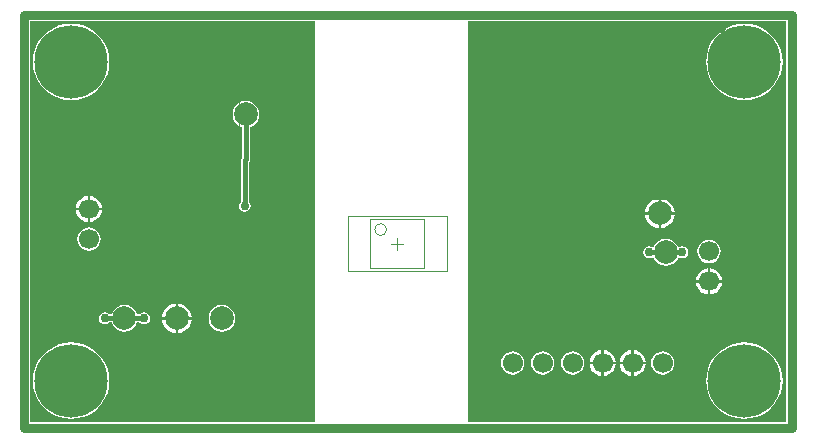
<source format=gbl>
G04*
G04 #@! TF.GenerationSoftware,Altium Limited,Altium Designer,18.1.11 (251)*
G04*
G04 Layer_Physical_Order=2*
G04 Layer_Color=16711680*
%FSLAX25Y25*%
%MOIN*%
G70*
G01*
G75*
%ADD13C,0.00197*%
%ADD15C,0.00650*%
%ADD16C,0.03000*%
%ADD17C,0.00394*%
%ADD49C,0.01600*%
%ADD50C,0.24410*%
%ADD51C,0.06693*%
%ADD52C,0.02953*%
%ADD53C,0.07874*%
G36*
X97097Y2039D02*
X2039D01*
Y135756D01*
X97097D01*
Y2039D01*
D02*
G37*
G36*
X253866D02*
X148179D01*
Y135756D01*
X253866D01*
Y2039D01*
D02*
G37*
%LPC*%
G36*
X15748Y134791D02*
X13754Y134634D01*
X11810Y134168D01*
X9962Y133402D01*
X8257Y132357D01*
X6737Y131059D01*
X5438Y129538D01*
X4393Y127833D01*
X3628Y125985D01*
X3161Y124041D01*
X3004Y122047D01*
X3161Y120054D01*
X3628Y118109D01*
X4393Y116262D01*
X5438Y114557D01*
X6737Y113036D01*
X8257Y111737D01*
X9962Y110692D01*
X11810Y109927D01*
X13754Y109460D01*
X15748Y109303D01*
X17742Y109460D01*
X19686Y109927D01*
X21534Y110692D01*
X23239Y111737D01*
X24759Y113036D01*
X26058Y114557D01*
X27103Y116262D01*
X27868Y118109D01*
X28335Y120054D01*
X28492Y122047D01*
X28335Y124041D01*
X27868Y125985D01*
X27103Y127833D01*
X26058Y129538D01*
X24759Y131059D01*
X23239Y132357D01*
X21534Y133402D01*
X19686Y134168D01*
X17742Y134634D01*
X15748Y134791D01*
D02*
G37*
G36*
X22053Y77323D02*
Y73392D01*
X25985D01*
X25888Y74127D01*
X25450Y75184D01*
X24754Y76092D01*
X23845Y76789D01*
X22788Y77227D01*
X22053Y77323D01*
D02*
G37*
G36*
X21253D02*
X20519Y77227D01*
X19462Y76789D01*
X18554Y76092D01*
X17857Y75184D01*
X17419Y74127D01*
X17322Y73392D01*
X21253D01*
Y77323D01*
D02*
G37*
G36*
X74000Y108975D02*
X72842Y108823D01*
X71762Y108376D01*
X70836Y107665D01*
X70124Y106738D01*
X69677Y105658D01*
X69525Y104500D01*
X69677Y103342D01*
X70124Y102262D01*
X70836Y101336D01*
X71762Y100624D01*
X72675Y100246D01*
Y90094D01*
X72398Y89679D01*
X72297Y89172D01*
Y75507D01*
X72197Y75441D01*
X71760Y74787D01*
X71607Y74016D01*
X71760Y73245D01*
X72197Y72591D01*
X72851Y72154D01*
X73622Y72001D01*
X74393Y72154D01*
X75047Y72591D01*
X75484Y73245D01*
X75637Y74016D01*
X75484Y74787D01*
X75047Y75441D01*
X74948Y75507D01*
Y88628D01*
X75225Y89043D01*
X75326Y89550D01*
Y100246D01*
X76238Y100624D01*
X77165Y101336D01*
X77876Y102262D01*
X78323Y103342D01*
X78475Y104500D01*
X78323Y105658D01*
X77876Y106738D01*
X77165Y107665D01*
X76238Y108376D01*
X75158Y108823D01*
X74000Y108975D01*
D02*
G37*
G36*
X21253Y72592D02*
X17322D01*
X17419Y71858D01*
X17857Y70800D01*
X18554Y69892D01*
X19462Y69195D01*
X20519Y68758D01*
X21253Y68661D01*
Y72592D01*
D02*
G37*
G36*
X25985D02*
X22053D01*
Y68661D01*
X22788Y68758D01*
X23845Y69195D01*
X24754Y69892D01*
X25450Y70800D01*
X25888Y71858D01*
X25985Y72592D01*
D02*
G37*
G36*
X21654Y66872D02*
X20649Y66740D01*
X19714Y66352D01*
X18910Y65736D01*
X18294Y64932D01*
X17906Y63996D01*
X17774Y62992D01*
X17906Y61988D01*
X18294Y61052D01*
X18910Y60249D01*
X19714Y59632D01*
X20649Y59245D01*
X21654Y59113D01*
X22658Y59245D01*
X23593Y59632D01*
X24397Y60249D01*
X25013Y61052D01*
X25401Y61988D01*
X25533Y62992D01*
X25401Y63996D01*
X25013Y64932D01*
X24397Y65736D01*
X23593Y66352D01*
X22658Y66740D01*
X21654Y66872D01*
D02*
G37*
G36*
X33500Y40975D02*
X32342Y40823D01*
X31262Y40376D01*
X30336Y39665D01*
X29624Y38738D01*
X29246Y37826D01*
X28491D01*
X28425Y37925D01*
X27771Y38362D01*
X27000Y38515D01*
X26229Y38362D01*
X25575Y37925D01*
X25138Y37271D01*
X24985Y36500D01*
X25138Y35729D01*
X25575Y35075D01*
X26229Y34638D01*
X27000Y34485D01*
X27771Y34638D01*
X28425Y35075D01*
X28491Y35175D01*
X29246D01*
X29624Y34262D01*
X30336Y33336D01*
X31262Y32624D01*
X32342Y32177D01*
X33500Y32025D01*
X34658Y32177D01*
X35738Y32624D01*
X36665Y33336D01*
X37376Y34262D01*
X37754Y35175D01*
X38509D01*
X38575Y35075D01*
X39229Y34638D01*
X40000Y34485D01*
X40771Y34638D01*
X41425Y35075D01*
X41862Y35729D01*
X42015Y36500D01*
X41862Y37271D01*
X41425Y37925D01*
X40771Y38362D01*
X40000Y38515D01*
X39229Y38362D01*
X38575Y37925D01*
X38509Y37826D01*
X37754D01*
X37376Y38738D01*
X36665Y39665D01*
X35738Y40376D01*
X34658Y40823D01*
X33500Y40975D01*
D02*
G37*
G36*
X51400Y41427D02*
Y36900D01*
X55927D01*
X55810Y37789D01*
X55313Y38990D01*
X54521Y40021D01*
X53490Y40813D01*
X52289Y41310D01*
X51400Y41427D01*
D02*
G37*
G36*
X50600D02*
X49711Y41310D01*
X48510Y40813D01*
X47479Y40021D01*
X46687Y38990D01*
X46190Y37789D01*
X46073Y36900D01*
X50600D01*
Y41427D01*
D02*
G37*
G36*
X66000Y40975D02*
X64842Y40823D01*
X63762Y40376D01*
X62836Y39665D01*
X62124Y38738D01*
X61677Y37658D01*
X61525Y36500D01*
X61677Y35342D01*
X62124Y34262D01*
X62836Y33336D01*
X63762Y32624D01*
X64842Y32177D01*
X66000Y32025D01*
X67158Y32177D01*
X68238Y32624D01*
X69165Y33336D01*
X69876Y34262D01*
X70323Y35342D01*
X70475Y36500D01*
X70323Y37658D01*
X69876Y38738D01*
X69165Y39665D01*
X68238Y40376D01*
X67158Y40823D01*
X66000Y40975D01*
D02*
G37*
G36*
X55927Y36100D02*
X51400D01*
Y31573D01*
X52289Y31690D01*
X53490Y32188D01*
X54521Y32979D01*
X55313Y34010D01*
X55810Y35211D01*
X55927Y36100D01*
D02*
G37*
G36*
X50600D02*
X46073D01*
X46190Y35211D01*
X46687Y34010D01*
X47479Y32979D01*
X48510Y32188D01*
X49711Y31690D01*
X50600Y31573D01*
Y36100D01*
D02*
G37*
G36*
X15748Y28492D02*
X13754Y28335D01*
X11810Y27868D01*
X9962Y27103D01*
X8257Y26058D01*
X6737Y24759D01*
X5438Y23239D01*
X4393Y21534D01*
X3628Y19686D01*
X3161Y17742D01*
X3004Y15748D01*
X3161Y13754D01*
X3628Y11810D01*
X4393Y9962D01*
X5438Y8257D01*
X6737Y6737D01*
X8257Y5438D01*
X9962Y4393D01*
X11810Y3628D01*
X13754Y3161D01*
X15748Y3004D01*
X17742Y3161D01*
X19686Y3628D01*
X21534Y4393D01*
X23239Y5438D01*
X24759Y6737D01*
X26058Y8257D01*
X27103Y9962D01*
X27868Y11810D01*
X28335Y13754D01*
X28492Y15748D01*
X28335Y17742D01*
X27868Y19686D01*
X27103Y21534D01*
X26058Y23239D01*
X24759Y24759D01*
X23239Y26058D01*
X21534Y27103D01*
X19686Y27868D01*
X17742Y28335D01*
X15748Y28492D01*
D02*
G37*
G36*
X240158Y134791D02*
X238164Y134634D01*
X236219Y134168D01*
X234372Y133402D01*
X232667Y132357D01*
X231146Y131059D01*
X229847Y129538D01*
X228802Y127833D01*
X228037Y125985D01*
X227570Y124041D01*
X227414Y122047D01*
X227570Y120054D01*
X228037Y118109D01*
X228802Y116262D01*
X229847Y114557D01*
X231146Y113036D01*
X232667Y111737D01*
X234372Y110692D01*
X236219Y109927D01*
X238164Y109460D01*
X240158Y109303D01*
X242151Y109460D01*
X244096Y109927D01*
X245943Y110692D01*
X247648Y111737D01*
X249169Y113036D01*
X250468Y114557D01*
X251513Y116262D01*
X252278Y118109D01*
X252745Y120054D01*
X252902Y122047D01*
X252745Y124041D01*
X252278Y125985D01*
X251513Y127833D01*
X250468Y129538D01*
X249169Y131059D01*
X247648Y132357D01*
X245943Y133402D01*
X244096Y134168D01*
X242151Y134634D01*
X240158Y134791D01*
D02*
G37*
G36*
X212400Y76427D02*
Y71900D01*
X216927D01*
X216810Y72789D01*
X216313Y73990D01*
X215521Y75021D01*
X214490Y75813D01*
X213289Y76310D01*
X212400Y76427D01*
D02*
G37*
G36*
X211600D02*
X210711Y76310D01*
X209510Y75813D01*
X208479Y75021D01*
X207687Y73990D01*
X207190Y72789D01*
X207073Y71900D01*
X211600D01*
Y76427D01*
D02*
G37*
G36*
X216927Y71100D02*
X212400D01*
Y66573D01*
X213289Y66690D01*
X214490Y67188D01*
X215521Y67979D01*
X216313Y69010D01*
X216810Y70211D01*
X216927Y71100D01*
D02*
G37*
G36*
X211600D02*
X207073D01*
X207190Y70211D01*
X207687Y69010D01*
X208479Y67979D01*
X209510Y67188D01*
X210711Y66690D01*
X211600Y66573D01*
Y71100D01*
D02*
G37*
G36*
X214000Y62975D02*
X212842Y62823D01*
X211762Y62376D01*
X210836Y61664D01*
X210124Y60738D01*
X209968Y60361D01*
X209490Y60216D01*
X209271Y60362D01*
X208500Y60515D01*
X207729Y60362D01*
X207075Y59925D01*
X206638Y59271D01*
X206485Y58500D01*
X206638Y57729D01*
X207075Y57075D01*
X207729Y56638D01*
X208500Y56485D01*
X209271Y56638D01*
X209490Y56784D01*
X209968Y56639D01*
X210124Y56262D01*
X210836Y55335D01*
X211762Y54624D01*
X212842Y54177D01*
X214000Y54025D01*
X215158Y54177D01*
X216238Y54624D01*
X217164Y55335D01*
X217876Y56262D01*
X218032Y56639D01*
X218510Y56784D01*
X218729Y56638D01*
X219500Y56485D01*
X220271Y56638D01*
X220925Y57075D01*
X221362Y57729D01*
X221515Y58500D01*
X221362Y59271D01*
X220925Y59925D01*
X220271Y60362D01*
X219500Y60515D01*
X218729Y60362D01*
X218510Y60216D01*
X218032Y60361D01*
X217876Y60738D01*
X217164Y61664D01*
X216238Y62376D01*
X215158Y62823D01*
X214000Y62975D01*
D02*
G37*
G36*
X228346Y62699D02*
X227342Y62566D01*
X226407Y62179D01*
X225603Y61562D01*
X224987Y60759D01*
X224599Y59823D01*
X224467Y58819D01*
X224599Y57815D01*
X224987Y56879D01*
X225603Y56076D01*
X226407Y55459D01*
X227342Y55072D01*
X228346Y54939D01*
X229351Y55072D01*
X230286Y55459D01*
X231090Y56076D01*
X231706Y56879D01*
X232094Y57815D01*
X232226Y58819D01*
X232094Y59823D01*
X231706Y60759D01*
X231090Y61562D01*
X230286Y62179D01*
X229351Y62566D01*
X228346Y62699D01*
D02*
G37*
G36*
X228746Y53150D02*
Y49219D01*
X232678D01*
X232581Y49954D01*
X232143Y51011D01*
X231446Y51919D01*
X230538Y52615D01*
X229481Y53053D01*
X228746Y53150D01*
D02*
G37*
G36*
X227946D02*
X227212Y53053D01*
X226154Y52615D01*
X225247Y51919D01*
X224550Y51011D01*
X224112Y49954D01*
X224015Y49219D01*
X227946D01*
Y53150D01*
D02*
G37*
G36*
Y48419D02*
X224015D01*
X224112Y47684D01*
X224550Y46627D01*
X225247Y45719D01*
X226154Y45022D01*
X227212Y44584D01*
X227946Y44488D01*
Y48419D01*
D02*
G37*
G36*
X232678D02*
X228746D01*
Y44488D01*
X229481Y44584D01*
X230538Y45022D01*
X231446Y45719D01*
X232143Y46627D01*
X232581Y47684D01*
X232678Y48419D01*
D02*
G37*
G36*
X203313Y25985D02*
Y22053D01*
X207245D01*
X207148Y22788D01*
X206710Y23845D01*
X206013Y24754D01*
X205105Y25450D01*
X204048Y25888D01*
X203313Y25985D01*
D02*
G37*
G36*
X202513D02*
X201779Y25888D01*
X200721Y25450D01*
X199813Y24754D01*
X199117Y23845D01*
X198679Y22788D01*
X198582Y22053D01*
X202513D01*
Y25985D01*
D02*
G37*
G36*
X193313D02*
Y22053D01*
X197245D01*
X197148Y22788D01*
X196710Y23845D01*
X196013Y24754D01*
X195105Y25450D01*
X194048Y25888D01*
X193313Y25985D01*
D02*
G37*
G36*
X192513D02*
X191779Y25888D01*
X190721Y25450D01*
X189813Y24754D01*
X189117Y23845D01*
X188679Y22788D01*
X188582Y22053D01*
X192513D01*
Y25985D01*
D02*
G37*
G36*
X212913Y25533D02*
X211909Y25401D01*
X210974Y25013D01*
X210170Y24397D01*
X209554Y23593D01*
X209166Y22658D01*
X209034Y21654D01*
X209166Y20649D01*
X209554Y19714D01*
X210170Y18910D01*
X210974Y18294D01*
X211909Y17906D01*
X212913Y17774D01*
X213917Y17906D01*
X214853Y18294D01*
X215657Y18910D01*
X216273Y19714D01*
X216661Y20649D01*
X216793Y21654D01*
X216661Y22658D01*
X216273Y23593D01*
X215657Y24397D01*
X214853Y25013D01*
X213917Y25401D01*
X212913Y25533D01*
D02*
G37*
G36*
X182913D02*
X181909Y25401D01*
X180974Y25013D01*
X180170Y24397D01*
X179553Y23593D01*
X179166Y22658D01*
X179034Y21654D01*
X179166Y20649D01*
X179553Y19714D01*
X180170Y18910D01*
X180974Y18294D01*
X181909Y17906D01*
X182913Y17774D01*
X183917Y17906D01*
X184853Y18294D01*
X185657Y18910D01*
X186273Y19714D01*
X186661Y20649D01*
X186793Y21654D01*
X186661Y22658D01*
X186273Y23593D01*
X185657Y24397D01*
X184853Y25013D01*
X183917Y25401D01*
X182913Y25533D01*
D02*
G37*
G36*
X172913D02*
X171909Y25401D01*
X170974Y25013D01*
X170170Y24397D01*
X169553Y23593D01*
X169166Y22658D01*
X169034Y21654D01*
X169166Y20649D01*
X169553Y19714D01*
X170170Y18910D01*
X170974Y18294D01*
X171909Y17906D01*
X172913Y17774D01*
X173917Y17906D01*
X174853Y18294D01*
X175657Y18910D01*
X176273Y19714D01*
X176661Y20649D01*
X176793Y21654D01*
X176661Y22658D01*
X176273Y23593D01*
X175657Y24397D01*
X174853Y25013D01*
X173917Y25401D01*
X172913Y25533D01*
D02*
G37*
G36*
X162913D02*
X161909Y25401D01*
X160974Y25013D01*
X160170Y24397D01*
X159554Y23593D01*
X159166Y22658D01*
X159034Y21654D01*
X159166Y20649D01*
X159554Y19714D01*
X160170Y18910D01*
X160974Y18294D01*
X161909Y17906D01*
X162913Y17774D01*
X163918Y17906D01*
X164853Y18294D01*
X165657Y18910D01*
X166273Y19714D01*
X166661Y20649D01*
X166793Y21654D01*
X166661Y22658D01*
X166273Y23593D01*
X165657Y24397D01*
X164853Y25013D01*
X163918Y25401D01*
X162913Y25533D01*
D02*
G37*
G36*
X207245Y21253D02*
X203313D01*
Y17322D01*
X204048Y17419D01*
X205105Y17857D01*
X206013Y18554D01*
X206710Y19462D01*
X207148Y20519D01*
X207245Y21253D01*
D02*
G37*
G36*
X202513D02*
X198582D01*
X198679Y20519D01*
X199117Y19462D01*
X199813Y18554D01*
X200721Y17857D01*
X201779Y17419D01*
X202513Y17322D01*
Y21253D01*
D02*
G37*
G36*
X197245D02*
X193313D01*
Y17322D01*
X194048Y17419D01*
X195105Y17857D01*
X196013Y18554D01*
X196710Y19462D01*
X197148Y20519D01*
X197245Y21253D01*
D02*
G37*
G36*
X192513D02*
X188582D01*
X188679Y20519D01*
X189117Y19462D01*
X189813Y18554D01*
X190721Y17857D01*
X191779Y17419D01*
X192513Y17322D01*
Y21253D01*
D02*
G37*
G36*
X240158Y28492D02*
X238164Y28335D01*
X236219Y27868D01*
X234372Y27103D01*
X232667Y26058D01*
X231146Y24759D01*
X229847Y23239D01*
X228802Y21534D01*
X228037Y19686D01*
X227570Y17742D01*
X227414Y15748D01*
X227570Y13754D01*
X228037Y11810D01*
X228802Y9962D01*
X229847Y8257D01*
X231146Y6737D01*
X232667Y5438D01*
X234372Y4393D01*
X236219Y3628D01*
X238164Y3161D01*
X240158Y3004D01*
X242151Y3161D01*
X244096Y3628D01*
X245943Y4393D01*
X247648Y5438D01*
X249169Y6737D01*
X250468Y8257D01*
X251513Y9962D01*
X252278Y11810D01*
X252745Y13754D01*
X252902Y15748D01*
X252745Y17742D01*
X252278Y19686D01*
X251513Y21534D01*
X250468Y23239D01*
X249169Y24759D01*
X247648Y26058D01*
X245943Y27103D01*
X244096Y27868D01*
X242151Y28335D01*
X240158Y28492D01*
D02*
G37*
%LPD*%
D13*
X75590Y77756D02*
X92126D01*
X75590Y63189D02*
X92126D01*
X75590D02*
Y77756D01*
X92126Y63189D02*
Y77756D01*
X91780Y78150D02*
Y85630D01*
X78787Y78150D02*
Y85630D01*
Y78150D02*
X91780D01*
X78787Y85630D02*
X91780D01*
X74756Y111343D02*
Y122760D01*
X69244Y111343D02*
Y122760D01*
X74756D01*
X69244Y111343D02*
X74756D01*
X57142Y118441D02*
X68362D01*
X68559D02*
Y123559D01*
X57142D02*
X68362D01*
X57142Y118441D02*
Y123559D01*
X27468Y42020D02*
Y56980D01*
X71563Y42020D02*
Y56980D01*
X27468D02*
X71563D01*
X27468Y42020D02*
X71563D01*
X25984Y109941D02*
X71653D01*
X25984Y81398D02*
X71653D01*
X25984D02*
Y109941D01*
X71653Y81398D02*
Y109941D01*
X42630Y80614D02*
X71370D01*
X42630Y57386D02*
X71370D01*
X42630D02*
Y80614D01*
X71370Y57386D02*
Y80614D01*
X55118Y110236D02*
X68504D01*
X55118Y118110D02*
X68504D01*
Y110236D02*
Y118110D01*
X55118Y110236D02*
Y118110D01*
X107874Y52165D02*
X140945D01*
X107874Y70669D02*
X140945D01*
Y52165D02*
Y70669D01*
X107874Y52165D02*
Y70669D01*
X160433Y51378D02*
X165551D01*
X160433D02*
Y62598D01*
Y62795D02*
X165551D01*
Y51378D02*
Y62598D01*
X217028Y76378D02*
Y122047D01*
X188484Y76378D02*
Y122047D01*
X217028D01*
X188484Y76378D02*
X217028D01*
X170374Y30512D02*
Y76181D01*
X198917Y30512D02*
Y76181D01*
X170374Y30512D02*
X198917D01*
X170374Y76181D02*
X198917D01*
X200000Y55807D02*
Y67224D01*
X205512Y55807D02*
Y67224D01*
X200000Y55807D02*
X205512D01*
X200000Y67224D02*
X205512D01*
X78787Y86024D02*
Y93504D01*
X91780Y86024D02*
Y93504D01*
X78787D02*
X91780D01*
X78787Y86024D02*
X91780D01*
X153937Y57284D02*
Y68701D01*
X148425Y57284D02*
Y68701D01*
X153937D01*
X148425Y57284D02*
X153937D01*
X160039Y51181D02*
Y56693D01*
X148622Y51181D02*
Y56693D01*
Y51181D02*
X160039D01*
X148622Y56693D02*
X160039D01*
X154331Y68799D02*
X159843D01*
X154331Y57382D02*
X159843D01*
Y68799D01*
X154331Y57382D02*
Y68799D01*
D15*
X225385Y30878D02*
Y27379D01*
Y30878D02*
X226718Y27379D01*
X228051Y30878D02*
X226718Y27379D01*
X228051Y30878D02*
Y27379D01*
X229051Y30878D02*
Y27379D01*
X231383Y30878D02*
Y27379D01*
X229051Y29212D02*
X231383D01*
X234016Y30878D02*
X232350Y28545D01*
X234849D01*
X234016Y30878D02*
Y27379D01*
X224380Y135393D02*
Y131894D01*
Y135393D02*
X225713Y131894D01*
X227046Y135393D02*
X225713Y131894D01*
X227046Y135393D02*
Y131894D01*
X228046Y135393D02*
Y131894D01*
X230379Y135393D02*
Y131894D01*
X228046Y133727D02*
X230379D01*
X231678Y135393D02*
X233511D01*
X232511Y134060D01*
X233011D01*
X233345Y133893D01*
X233511Y133727D01*
X233678Y133227D01*
Y132893D01*
X233511Y132393D01*
X233178Y132060D01*
X232678Y131894D01*
X232178D01*
X231678Y132060D01*
X231512Y132227D01*
X231345Y132560D01*
X4891Y32873D02*
Y29374D01*
Y32873D02*
X6224Y29374D01*
X7557Y32873D02*
X6224Y29374D01*
X7557Y32873D02*
Y29374D01*
X8557Y32873D02*
Y29374D01*
X10890Y32873D02*
Y29374D01*
X8557Y31207D02*
X10890D01*
X12023Y32040D02*
Y32207D01*
X12190Y32540D01*
X12356Y32707D01*
X12689Y32873D01*
X13356D01*
X13689Y32707D01*
X13856Y32540D01*
X14023Y32207D01*
Y31874D01*
X13856Y31540D01*
X13523Y31040D01*
X11856Y29374D01*
X14189D01*
X29097Y133873D02*
Y130374D01*
Y133873D02*
X30430Y130374D01*
X31763Y133873D02*
X30430Y130374D01*
X31763Y133873D02*
Y130374D01*
X32763Y133873D02*
Y130374D01*
X35096Y133873D02*
Y130374D01*
X32763Y132207D02*
X35096D01*
X36062Y133207D02*
X36395Y133373D01*
X36895Y133873D01*
Y130374D01*
D16*
X0Y137795D02*
X255906D01*
X0Y0D02*
Y137795D01*
X255906Y0D02*
Y137795D01*
X0Y0D02*
X255906D01*
D17*
X120866Y66142D02*
G03*
X120866Y66142I-1969J0D01*
G01*
X80610Y76673D02*
X87106D01*
X80610Y64272D02*
X87106D01*
X80610D02*
Y76673D01*
X87106Y64272D02*
Y76673D01*
X89417Y79232D02*
Y84547D01*
X81150Y79232D02*
Y84547D01*
Y79232D02*
X89417D01*
X81150Y84547D02*
X89417D01*
X73772Y113705D02*
Y120398D01*
X70228Y113705D02*
Y120398D01*
X73772D01*
X70228Y113705D02*
X73772D01*
X29831Y43201D02*
Y55799D01*
X69201Y43201D02*
Y55799D01*
X29831D02*
X69201D01*
X29831Y43201D02*
X69201D01*
X34252Y108957D02*
X58661D01*
X34252Y82382D02*
X58661D01*
X34252D02*
Y108957D01*
X58661Y82382D02*
Y108957D01*
X44992Y79630D02*
X69008D01*
X44992Y58370D02*
X69008D01*
X44992D02*
Y79630D01*
X69008Y58370D02*
Y79630D01*
X57480Y111319D02*
X66142D01*
X57480Y117028D02*
X66142D01*
Y111319D02*
Y117028D01*
X57480Y111319D02*
Y117028D01*
X115354Y53150D02*
X133465D01*
X115354Y69685D02*
X133465D01*
Y53150D02*
Y69685D01*
X115354Y53150D02*
Y69685D01*
X216043Y89370D02*
Y113779D01*
X189469Y89370D02*
Y113779D01*
X216043D01*
X189469Y89370D02*
X216043D01*
X171358Y38780D02*
Y63189D01*
X197933Y38780D02*
Y63189D01*
X171358Y38780D02*
X197933D01*
X171358Y63189D02*
X197933D01*
X200984Y58169D02*
Y64862D01*
X204527Y58169D02*
Y64862D01*
X200984Y58169D02*
X204527D01*
X200984Y64862D02*
X204527D01*
X81150Y87106D02*
Y92421D01*
X89417Y87106D02*
Y92421D01*
X81150D02*
X89417D01*
X81150Y87106D02*
X89417D01*
X152953Y59646D02*
Y66339D01*
X149409Y59646D02*
Y66339D01*
X152953D01*
X149409Y59646D02*
X152953D01*
X157677Y52165D02*
Y55709D01*
X150984Y52165D02*
Y55709D01*
Y52165D02*
X157677D01*
X150984Y55709D02*
X157677D01*
X155315Y66437D02*
X158858D01*
X155315Y59744D02*
X158858D01*
Y66437D01*
X155315Y59744D02*
Y66437D01*
X83858Y68504D02*
Y72441D01*
X81890Y70472D02*
X85827D01*
X83315Y81890D02*
X87252D01*
X85283Y79921D02*
Y83858D01*
X70228Y117051D02*
X73772D01*
X72000Y115279D02*
Y118823D01*
X47547Y49500D02*
X51484D01*
X49516Y47532D02*
Y51468D01*
X48819Y93701D02*
Y97638D01*
X46850Y95669D02*
X50787D01*
X57000Y67032D02*
Y70969D01*
X55032Y69000D02*
X58969D01*
X61811Y112205D02*
Y116142D01*
X59842Y114173D02*
X63779D01*
X124409Y59449D02*
Y63386D01*
X122441Y61417D02*
X126378D01*
X200787Y99213D02*
X204724D01*
X202756Y97244D02*
Y101181D01*
X182677Y53347D02*
X186614D01*
X184646Y51378D02*
Y55315D01*
X200984Y61516D02*
X204527D01*
X202756Y59744D02*
Y63287D01*
X83315Y89764D02*
X87252D01*
X85283Y87795D02*
Y91732D01*
X149409Y62992D02*
X152953D01*
X151181Y61221D02*
Y64764D01*
X152559Y53937D02*
X156102D01*
X154331Y52165D02*
Y55709D01*
X157087Y61319D02*
Y64862D01*
X155315Y63090D02*
X158858D01*
D49*
X27000Y36500D02*
X33500D01*
X40000D01*
X214000Y58500D02*
X219500D01*
X208500D02*
X214000D01*
X74000Y89550D02*
Y104500D01*
X73622Y89172D02*
X74000Y89550D01*
X73622Y74016D02*
Y89172D01*
D50*
X15748Y122047D02*
D03*
Y15748D02*
D03*
X240158D02*
D03*
Y122047D02*
D03*
D51*
X172913Y21654D02*
D03*
X182913D02*
D03*
X162913D02*
D03*
X202913D02*
D03*
X192913D02*
D03*
X212913D02*
D03*
X228346Y58819D02*
D03*
Y48819D02*
D03*
X21654Y62992D02*
D03*
Y72992D02*
D03*
D52*
X232520Y105039D02*
D03*
X162520Y125039D02*
D03*
X182520D02*
D03*
X202520D02*
D03*
X222520Y85039D02*
D03*
X202520D02*
D03*
X162520Y5039D02*
D03*
X222520Y125039D02*
D03*
X182520Y5039D02*
D03*
X172520Y105039D02*
D03*
X222520Y45039D02*
D03*
X202520Y5039D02*
D03*
X222520D02*
D03*
X202520Y45039D02*
D03*
X82520Y125039D02*
D03*
X92520Y105039D02*
D03*
X82520Y45039D02*
D03*
X92520Y25039D02*
D03*
X82520Y5039D02*
D03*
X72520Y25039D02*
D03*
X62520Y5039D02*
D03*
X42520Y125039D02*
D03*
X52520Y25039D02*
D03*
X42520Y5039D02*
D03*
X22520Y85039D02*
D03*
X32520Y25039D02*
D03*
X12520Y105039D02*
D03*
Y65039D02*
D03*
X27000Y36500D02*
D03*
X40000D02*
D03*
X66000D02*
D03*
X150500Y43000D02*
D03*
X74000Y104500D02*
D03*
X208500Y58500D02*
D03*
X219500D02*
D03*
X94000Y56000D02*
D03*
X73622Y74016D02*
D03*
D53*
X74000Y104500D02*
D03*
X212000Y71500D02*
D03*
X214000Y58500D02*
D03*
X66000Y36500D02*
D03*
X33500D02*
D03*
X51000D02*
D03*
M02*

</source>
